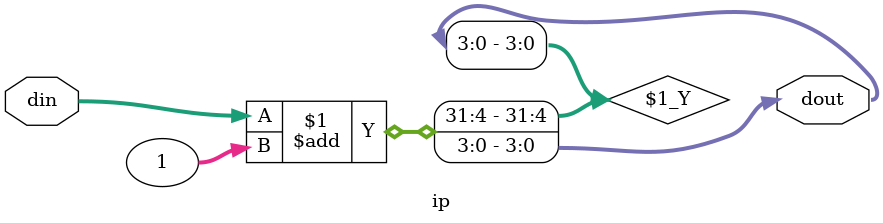
<source format=v>
module ip (
    input  [3:0] din,
    output [3:0] dout
);
    assign dout = din + 1;
endmodule

</source>
